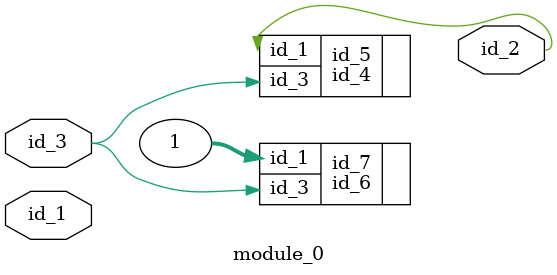
<source format=v>
`define pp_1 0
module module_0 (
    id_1,
    id_2,
    id_3
);
  input id_3;
  output id_2;
  input id_1;
  id_4 id_5 (
      .id_1(id_3),
      .id_1(id_2),
      .id_3(id_3)
  );
  id_6 id_7 (
      .id_3(id_3),
      .id_1(1)
  );
endmodule

</source>
